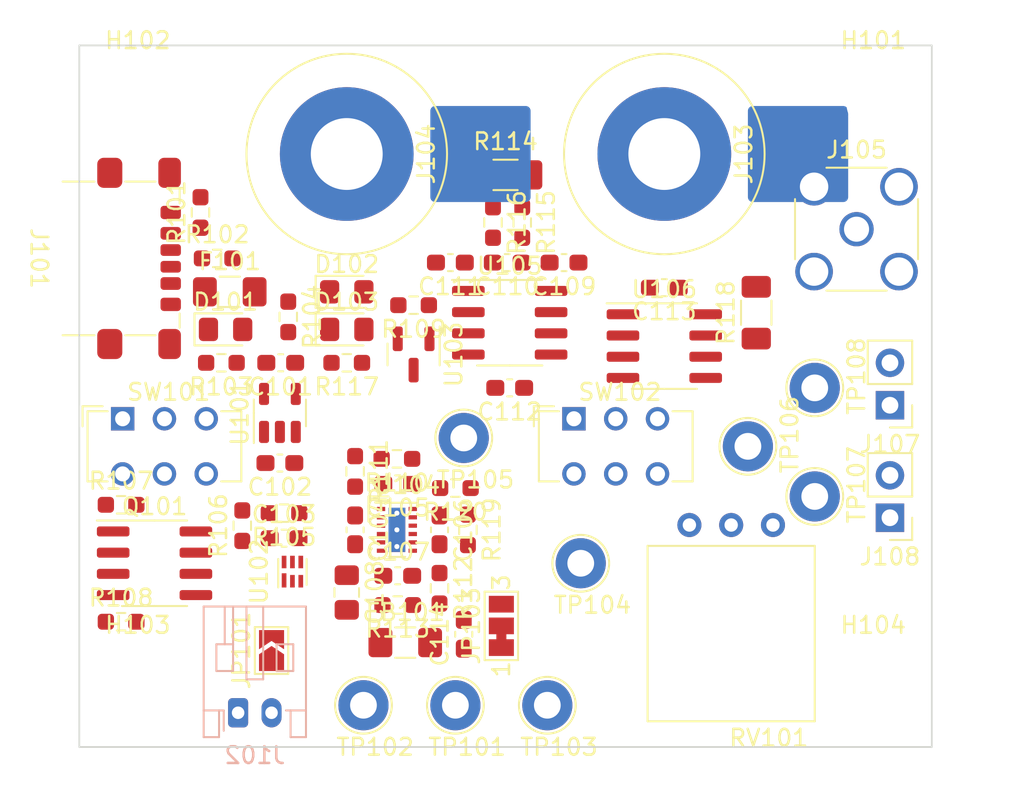
<source format=kicad_pcb>
(kicad_pcb (version 20221018) (generator pcbnew)
  (layers (0 "F.Cu" signal) (31 "B.Cu" signal) (34 "B.Paste" user) (35 "F.Paste" user) (36 "B.SilkS" user "B.Silkscreen") (37 "F.SilkS" user "F.Silkscreen") (38 "B.Mask" user) (39 "F.Mask" user) (44 "Edge.Cuts" user))
  (net 0 "")
  (net 1 "/VBat_SW")
  (net 2 "GND")
  (net 3 "+3V3")
  (net 4 "/-2V")
  (net 5 "/Cell-")
  (net 6 "/VBus")
  (net 7 "/VBat")
  (net 8 "Net-(D101-K)")
  (net 9 "Net-(D101-A)")
  (net 10 "Net-(F101-Pad1)")
  (net 11 "Net-(U104-EN+)")
  (net 12 "/-2V_filt")
  (net 13 "Net-(D102-K)")
  (net 14 "Net-(D102-A)")
  (net 15 "Net-(J103-Pad1)")
  (net 16 "Net-(U102-BAT)")
  (net 17 "Net-(U104-C+)")
  (net 18 "Net-(U104-C-)")
  (net 19 "Net-(U104-CP)")
  (net 20 "Net-(U105-IN+)")
  (net 21 "Net-(U105-IN-)")
  (net 22 "/PGOOD")
  (net 23 "Net-(J101-CC1)")
  (net 24 "Net-(J101-CC2)")
  (net 26 "Net-(J104-Pad1)")
  (net 27 "Net-(D103-A)")
  (net 28 "-VOffset")
  (net 29 "Net-(Q101A-G1)")
  (net 30 "Net-(Q101B-G2)")
  (net 31 "Net-(Q101A-D1-Pad7)")
  (net 32 "Net-(U101-PROG)")
  (net 33 "Net-(U102-V-)")
  (net 34 "Net-(U104-FB+)")
  (net 35 "Net-(U104-FB-)")
  (net 36 "Net-(SW102A-C)")
  (net 37 "Net-(SW102A-B)")
  (net 38 "Net-(SW102B-B)")
  (net 43 "Net-(J105-In)")
  (net 44 "/Out")
  (net 45 "Net-(U106--)")
  (net 46 "Net-(U104-EN-)")
  (footprint "Resistor_SMD:R_1206_3216Metric_Pad1.30x1.75mm_HandSolder" (layer "F.Cu") (at 152.5 78 90)
    (fp_text reference "R118" (at 0 -1.82 90) (layer "F.SilkS"))
    (fp_text value "49.9R,1206")
    (pad "1" smd roundrect (at -1.55 0 90) (size 1.3 1.75) (layers "F.Cu" "F.Paste" "F.Mask") (roundrect_rratio 0.192308) (net 45 "Net-(U106--)"))
    (pad "2" smd roundrect (at 1.55 0 90) (size 1.3 1.75) (layers "F.Cu" "F.Paste" "F.Mask") (roundrect_rratio 0.192308) (net 43 "Net-(J105-In)"))
  )
  (footprint "MountingHole:MountingHole_3.2mm_M3_DIN965" (layer "F.Cu") (at 159.5 100.5)
    (fp_text reference "H104" (at 0 -3.8) (layer "F.SilkS"))
    (fp_text value "MountingHole")
    (pad "" np_thru_hole circle (at 0 0) (size 3.2 3.2) (drill 3.2) (layers "*.Cu" "*.Mask"))
  )
  (footprint "Capacitor_SMD:C_0603_1608Metric_Pad1.08x0.95mm_HandSolder" (layer "F.Cu") (at 137.6 75 180)
    (fp_text reference "C110" (at 0 -1.43) (layer "F.SilkS"))
    (fp_text value "100nF,100V,X7R,0603")
    (pad "1" smd roundrect (at -0.8625 0 180) (size 1.075 0.95) (layers "F.Cu" "F.Paste" "F.Mask") (net 20 "Net-(U105-IN+)"))
    (pad "2" smd roundrect (at 0.8625 0 180) (size 1.075 0.95) (layers "F.Cu" "F.Paste" "F.Mask") (net 21 "Net-(U105-IN-)"))
  )
  (footprint "Fuse:Fuse_1206_3216Metric_Pad1.42x1.75mm_HandSolder" (layer "F.Cu") (at 121 76.75)
    (fp_text reference "F101" (at 0 -1.82) (layer "F.SilkS"))
    (fp_text value "0ZCJ0110FF2E")
    (pad "1" smd roundrect (at -1.4875 0) (size 1.425 1.75) (layers "F.Cu" "F.Paste" "F.Mask") (roundrect_rratio 0.175439) (net 10 "Net-(F101-Pad1)"))
    (pad "2" smd roundrect (at 1.4875 0) (size 1.425 1.75) (layers "F.Cu" "F.Paste" "F.Mask") (roundrect_rratio 0.175439) (net 6 "/VBus"))
  )
  (footprint "Connector_PinHeader_2.54mm:PinHeader_1x02_P2.54mm_Vertical" (layer "F.Cu") (at 160.5 90.275 180)
    (fp_text reference "J108" (at 0 -2.33) (layer "F.SilkS"))
    (fp_text value "77311-118-02LF")
    (pad "1" thru_hole rect (at 0 0 180) (size 1.7 1.7) (drill 1) (layers "*.Cu" "*.Mask") (net 2 "GND"))
    (pad "2" thru_hole oval (at 0 2.54 180) (size 1.7 1.7) (drill 1) (layers "*.Cu" "*.Mask") (net 2 "GND"))
  )
  (footprint "Capacitor_SMD:C_0603_1608Metric_Pad1.08x0.95mm_HandSolder" (layer "F.Cu") (at 124.05 81 180)
    (fp_text reference "C101" (at 0 -1.43) (layer "F.SilkS"))
    (fp_text value "1uF,16V,X7R,0603")
    (pad "1" smd roundrect (at -0.8625 0 180) (size 1.075 0.95) (layers "F.Cu" "F.Paste" "F.Mask") (net 6 "/VBus"))
    (pad "2" smd roundrect (at 0.8625 0 180) (size 1.075 0.95) (layers "F.Cu" "F.Paste" "F.Mask") (net 2 "GND"))
  )
  (footprint "Resistor_SMD:R_0603_1608Metric_Pad0.98x0.95mm_HandSolder" (layer "F.Cu") (at 120.5 81 180)
    (fp_text reference "R103" (at 0 -1.43) (layer "F.SilkS"))
    (fp_text value "10k,0603")
    (pad "1" smd roundrect (at -0.9125 0 180) (size 0.975 0.95) (layers "F.Cu" "F.Paste" "F.Mask") (net 32 "Net-(U101-PROG)"))
    (pad "2" smd roundrect (at 0.9125 0 180) (size 0.975 0.95) (layers "F.Cu" "F.Paste" "F.Mask") (net 2 "GND"))
  )
  (footprint "Capacitor_SMD:C_0603_1608Metric_Pad1.08x0.95mm_HandSolder" (layer "F.Cu") (at 135 97.25 90)
    (fp_text reference "C114" (at 0 -1.43 90) (layer "F.SilkS"))
    (fp_text value "1uF,16V,X7R,0603")
    (pad "1" smd roundrect (at -0.8625 0 90) (size 1.075 0.95) (layers "F.Cu" "F.Paste" "F.Mask") (net 12 "/-2V_filt"))
    (pad "2" smd roundrect (at 0.8625 0 90) (size 1.075 0.95) (layers "F.Cu" "F.Paste" "F.Mask") (net 2 "GND"))
  )
  (footprint "Package_SON:WSON-12-1EP_3x2mm_P0.5mm_EP1x2.65_ThermalVias" (layer "F.Cu") (at 131 91)
    (fp_text reference "U104" (at 0.635 -2.667) (layer "F.SilkS"))
    (fp_text value "LM27762")
    (pad "1" smd rect (at -0.95 -1.25) (size 0.5 0.25) (layers "F.Cu" "F.Paste" "F.Mask") (net 22 "/PGOOD"))
    (pad "2" smd rect (at -0.95 -0.75) (size 0.5 0.25) (layers "F.Cu" "F.Paste" "F.Mask") (net 34 "Net-(U104-FB+)"))
    (pad "3" smd rect (at -0.95 -0.25) (size 0.5 0.25) (layers "F.Cu" "F.Paste" "F.Mask") (net 1 "/VBat_SW"))
    (pad "4" smd rect (at -0.95 0.25) (size 0.5 0.25) (layers "F.Cu" "F.Paste" "F.Mask") (net 2 "GND"))
    (pad "5" smd rect (at -0.95 0.75) (size 0.5 0.25) (layers "F.Cu" "F.Paste" "F.Mask") (net 19 "Net-(U104-CP)"))
    (pad "6" smd rect (at -0.95 1.25) (size 0.5 0.25) (layers "F.Cu" "F.Paste" "F.Mask") (net 4 "/-2V"))
    (pad "7" smd rect (at 0.95 1.25) (size 0.5 0.25) (layers "F.Cu" "F.Paste" "F.Mask") (net 35 "Net-(U104-FB-)"))
    (pad "8" smd rect (at 0.95 0.75) (size 0.5 0.25) (layers "F.Cu" "F.Paste" "F.Mask") (net 46 "Net-(U104-EN-)"))
    (pad "9" smd rect (at 0.95 0.25) (size 0.5 0.25) (layers "F.Cu" "F.Paste" "F.Mask") (net 18 "Net-(U104-C-)"))
    (pad "10" smd rect (at 0.95 -0.25) (size 0.5 0.25) (layers "F.Cu" "F.Paste" "F.Mask") (net 17 "Net-(U104-C+)"))
    (pad "11" smd rect (at 0.95 -0.75) (size 0.5 0.25) (layers "F.Cu" "F.Paste" "F.Mask") (net 3 "+3V3"))
    (pad "12" smd rect (at 0.95 -1.25) (size 0.5 0.25) (layers "F.Cu" "F.Paste" "F.Mask") (net 11 "Net-(U104-EN+)"))
    (pad "13" thru_hole circle (at 0 -1 90) (size 0.6 0.6) (drill 0.3) (layers "*.Cu") (net 2 "GND"))
    (pad "13" thru_hole circle (at 0 0) (size 0.6 0.6) (drill 0.3) (layers "*.Cu") (net 2 "GND"))
    (pad "13" smd rect (at 0 0) (size 1 2.65) (layers "F.Cu" "F.Mask") (net 2 "GND"))
    (pad "13" smd rect (at 0 0) (size 1 2.65) (layers "B.Cu") (net 2 "GND"))
    (pad "13" thru_hole circle (at 0 1) (size 0.6 0.6) (drill 0.3) (layers "*.Cu") (net 2 "GND"))
  )
  (footprint "TestPoint:TestPoint_Loop_D2.60mm_Drill1.6mm_Beaded" (layer "F.Cu") (at 152 86 90)
    (fp_text reference "TP106" (at 0.7 2.5 90) (layer "F.SilkS"))
    (fp_text value "TestPoint_5012_White")
    (pad "1" thru_hole circle (at 0 0 90) (size 3 3) (drill 1.6) (layers "*.Cu" "*.Mask") (net 36 "Net-(SW102A-C)"))
  )
  (footprint "Resistor_SMD:R_0603_1608Metric_Pad0.98x0.95mm_HandSolder" (layer "F.Cu") (at 124.25 90 180)
    (fp_text reference "R105" (at 0 -1.43) (layer "F.SilkS"))
    (fp_text value "330R,0603")
    (pad "1" smd roundrect (at -0.9125 0 180) (size 0.975 0.95) (layers "F.Cu" "F.Paste" "F.Mask") (net 7 "/VBat"))
    (pad "2" smd roundrect (at 0.9125 0 180) (size 0.975 0.95) (layers "F.Cu" "F.Paste" "F.Mask") (net 16 "Net-(U102-BAT)"))
  )
  (footprint "Capacitor_SMD:C_0603_1608Metric_Pad1.08x0.95mm_HandSolder" (layer "F.Cu") (at 124 87 180)
    (fp_text reference "C102" (at 0 -1.43) (layer "F.SilkS"))
    (fp_text value "1uF,16V,X7R,0603")
    (pad "1" smd roundrect (at -0.8625 0 180) (size 1.075 0.95) (layers "F.Cu" "F.Paste" "F.Mask") (net 7 "/VBat"))
    (pad "2" smd roundrect (at 0.8625 0 180) (size 1.075 0.95) (layers "F.Cu" "F.Paste" "F.Mask") (net 2 "GND"))
  )
  (footprint "Capacitor_SMD:C_0603_1608Metric_Pad1.08x0.95mm_HandSolder" (layer "F.Cu") (at 134.2 75 180)
    (fp_text reference "C111" (at 0 -1.43) (layer "F.SilkS"))
    (fp_text value "100nF,100V,X7R,0603")
    (pad "1" smd roundrect (at -0.8625 0 180) (size 1.075 0.95) (layers "F.Cu" "F.Paste" "F.Mask") (net 21 "Net-(U105-IN-)"))
    (pad "2" smd roundrect (at 0.8625 0 180) (size 1.075 0.95) (layers "F.Cu" "F.Paste" "F.Mask") (net 2 "GND"))
  )
  (footprint "Resistor_SMD:R_0603_1608Metric_Pad0.98x0.95mm_HandSolder" (layer "F.Cu") (at 131.05 95.5 180)
    (fp_text reference "R113" (at 0 -1.43) (layer "F.SilkS"))
    (fp_text value "47k,0603")
    (pad "1" smd roundrect (at -0.9125 0 180) (size 0.975 0.95) (layers "F.Cu" "F.Paste" "F.Mask") (net 35 "Net-(U104-FB-)"))
    (pad "2" smd roundrect (at 0.9125 0 180) (size 0.975 0.95) (layers "F.Cu" "F.Paste" "F.Mask") (net 4 "/-2V"))
  )
  (footprint "Capacitor_SMD:C_0603_1608Metric_Pad1.08x0.95mm_HandSolder" (layer "F.Cu") (at 133.55 91 -90)
    (fp_text reference "C106" (at 0 -1.43 90) (layer "F.SilkS"))
    (fp_text value "1uF,16V,X7R,0603")
    (pad "1" smd roundrect (at -0.8625 0 270) (size 1.075 0.95) (layers "F.Cu" "F.Paste" "F.Mask") (net 17 "Net-(U104-C+)"))
    (pad "2" smd roundrect (at 0.8625 0 270) (size 1.075 0.95) (layers "F.Cu" "F.Paste" "F.Mask") (net 18 "Net-(U104-C-)"))
  )
  (footprint "Capacitor_SMD:C_0603_1608Metric_Pad1.08x0.95mm_HandSolder" (layer "F.Cu") (at 141 75 180)
    (fp_text reference "C109" (at 0 -1.43) (layer "F.SilkS"))
    (fp_text value "100nF,100V,X7R,0603")
    (pad "1" smd roundrect (at -0.8625 0 180) (size 1.075 0.95) (layers "F.Cu" "F.Paste" "F.Mask") (net 2 "GND"))
    (pad "2" smd roundrect (at 0.8625 0 180) (size 1.075 0.95) (layers "F.Cu" "F.Paste" "F.Mask") (net 20 "Net-(U105-IN+)"))
  )
  (footprint "TestPoint:TestPoint_Loop_D2.60mm_Drill1.6mm_Beaded" (layer "F.Cu") (at 129 101.5)
    (fp_text reference "TP102" (at 0.7 2.5) (layer "F.SilkS"))
    (fp_text value "TestPoint_5011_Black")
    (pad "1" thru_hole circle (at 0 0) (size 3 3) (drill 1.6) (layers "*.Cu" "*.Mask") (net 5 "/Cell-"))
  )
  (footprint "Capacitor_SMD:C_0805_2012Metric_Pad1.18x1.45mm_HandSolder" (layer "F.Cu") (at 128 94.75 -90)
    (fp_text reference "C108" (at 0 -1.68 90) (layer "F.SilkS"))
    (fp_text value "4.7uF,25V,X7R,0805")
    (pad "1" smd roundrect (at -1.0375 0 270) (size 1.175 1.45) (layers "F.Cu" "F.Paste" "F.Mask") (roundrect_rratio 0.212766) (net 19 "Net-(U104-CP)"))
    (pad "2" smd roundrect (at 1.0375 0 270) (size 1.175 1.45) (layers "F.Cu" "F.Paste" "F.Mask") (roundrect_rratio 0.212766) (net 2 "GND"))
  )
  (footprint "MountingHole:MountingHole_3.2mm_M3_DIN965" (layer "F.Cu") (at 115.5 100.5)
    (fp_text reference "H103" (at 0 -3.8) (layer "F.SilkS"))
    (fp_text value "MountingHole")
    (pad "" np_thru_hole circle (at 0 0) (size 3.2 3.2) (drill 3.2) (layers "*.Cu" "*.Mask"))
  )
  (footprint "Package_SO:SOIC-8_3.9x4.9mm_P1.27mm" (layer "F.Cu") (at 116.5 93)
    (fp_text reference "Q101" (at 0 -3.4) (layer "F.SilkS"))
    (fp_text value "DMN2041LSD")
    (pad "1" smd roundrect (at -2.475 -1.905) (size 1.95 0.6) (layers "F.Cu" "F.Paste" "F.Mask") (net 2 "GND"))
    (pad "2" smd roundrect (at -2.475 -0.635) (size 1.95 0.6) (layers "F.Cu" "F.Paste" "F.Mask") (net 29 "Net-(Q101A-G1)"))
    (pad "3" smd roundrect (at -2.475 0.635) (size 1.95 0.6) (layers "F.Cu" "F.Paste" "F.Mask") (net 5 "/Cell-"))
    (pad "4" smd roundrect (at -2.475 1.905) (size 1.95 0.6) (layers "F.Cu" "F.Paste" "F.Mask") (net 30 "Net-(Q101B-G2)"))
    (pad "5" smd roundrect (at 2.475 1.905) (size 1.95 0.6) (layers "F.Cu" "F.Paste" "F.Mask") (net 31 "Net-(Q101A-D1-Pad7)"))
    (pad "6" smd roundrect (at 2.475 0.635) (size 1.95 0.6) (layers "F.Cu" "F.Paste" "F.Mask") (net 31 "Net-(Q101A-D1-Pad7)"))
    (pad "7" smd roundrect (at 2.475 -0.635) (size 1.95 0.6) (layers "F.Cu" "F.Paste" "F.Mask") (net 31 "Net-(Q101A-D1-Pad7)"))
    (pad "8" smd roundrect (at 2.475 -1.905) (size 1.95 0.6) (layers "F.Cu" "F.Paste" "F.Mask") (net 31 "Net-(Q101A-D1-Pad7)"))
  )
  (footprint "Resistor_SMD:R_0603_1608Metric_Pad0.98x0.95mm_HandSolder" (layer "F.Cu") (at 132 77.55 180)
    (fp_text reference "R109" (at 0 -1.43) (layer "F.SilkS"))
    (fp_text value "10k,0603")
    (pad "1" smd roundrect (at -0.9125 0 180) (size 0.975 0.95) (layers "F.Cu" "F.Paste" "F.Mask") (net 1 "/VBat_SW"))
    (pad "2" smd roundrect (at 0.9125 0 180) (size 0.975 0.95) (layers "F.Cu" "F.Paste" "F.Mask") (net 14 "Net-(D102-A)"))
  )
  (footprint "Button_Switch_THT:SW_CuK_JS202011CQN_DPDT_Straight" (layer "F.Cu") (at 114.5925 84.35)
    (fp_text reference "SW101" (at 2.75 -1.6) (layer "F.SilkS"))
    (fp_text value "JS202011CQN")
    (pad "1" thru_hole rect (at 0 0) (size 1.4 1.4) (drill 0.9) (layers "*.Cu" "*.Mask") (net 7 "/VBat"))
    (pad "2" thru_hole circle (at 2.5 0) (size 1.4 1.4) (drill 0.9) (layers "*.Cu" "*.Mask") (net 1 "/VBat_SW"))
    (pad "3" thru_hole circle (at 5 0) (size 1.4 1.4) (drill 0.9) (layers "*.Cu" "*.Mask"))
    (pad "4" thru_hole circle (at 0 3.3) (size 1.4 1.4) (drill 0.9) (layers "*.Cu" "*.Mask") (net 7 "/VBat"))
    (pad "5" thru_hole circle (at 2.5 3.3) (size 1.4 1.4) (drill 0.9) (layers "*.Cu" "*.Mask") (net 1 "/VBat_SW"))
    (pad "6" thru_hole circle (at 5 3.3) (size 1.4 1.4) (drill 0.9) (layers "*.Cu" "*.Mask"))
  )
  (footprint "Button_Switch_THT:SW_CuK_JS202011CQN_DPDT_Straight" (layer "F.Cu") (at 141.5925 84.35)
    (fp_text reference "SW102" (at 2.75 -1.6) (layer "F.SilkS"))
    (fp_text value "JS202011CQN")
    (pad "1" thru_hole rect (at 0 0) (size 1.4 1.4) (drill 0.9) (layers "*.Cu" "*.Mask") (net 2 "GND"))
    (pad "2" thru_hole circle (at 2.5 0) (size 1.4 1.4) (drill 0.9) (layers "*.Cu" "*.Mask") (net 37 "Net-(SW102A-B)"))
    (pad "3" thru_hole circle (at 5 0) (size 1.4 1.4) (drill 0.9) (layers "*.Cu" "*.Mask") (net 36 "Net-(SW102A-C)"))
    (pad "4" thru_hole circle (at 0 3.3) (size 1.4 1.4) (drill 0.9) (layers "*.Cu" "*.Mask") (net 2 "GND"))
    (pad "5" thru_hole circle (at 2.5 3.3) (size 1.4 1.4) (drill 0.9) (layers "*.Cu" "*.Mask") (net 38 "Net-(SW102B-B)"))
    (pad "6" thru_hole circle (at 5 3.3) (size 1.4 1.4) (drill 0.9) (layers "*.Cu" "*.Mask") (net 36 "Net-(SW102A-C)"))
  )
  (footprint "Capacitor_SMD:C_0603_1608Metric_Pad1.08x0.95mm_HandSolder" (layer "F.Cu") (at 131.05 88.25 180)
    (fp_text reference "C105" (at 0 -1.43) (layer "F.SilkS"))
    (fp_text value "2.2uF,25V,X7R,0603")
    (pad "1" smd roundrect (at -0.8625 0 180) (size 1.075 0.95) (layers "F.Cu" "F.Paste" "F.Mask") (net 3 "+3V3"))
    (pad "2" smd roundrect (at 0.8625 0 180) (size 1.075 0.95) (layers "F.Cu" "F.Paste" "F.Mask") (net 2 "GND"))
  )
  (footprint "TestPoint:TestPoint_Loop_D2.60mm_Drill1.6mm_Beaded" (layer "F.Cu") (at 134.5 101.5)
    (fp_text reference "TP101" (at 0.7 2.5) (layer "F.SilkS"))
    (fp_text value "TestPoint_5010_Red")
    (pad "1" thru_hole circle (at 0 0) (size 3 3) (drill 1.6) (layers "*.Cu" "*.Mask") (net 7 "/VBat"))
  )
  (footprint "Inductor_SMD:L_1206_3216Metric_Pad1.42x1.75mm_HandSolder" (layer "F.Cu") (at 131.5 97.75)
    (fp_text reference "FB101" (at 0 -1.82) (layer "F.SilkS"))
    (fp_text value "742792620")
    (pad "1" smd roundrect (at -1.4875 0) (size 1.425 1.75) (layers "F.Cu" "F.Paste" "F.Mask") (roundrect_rratio 0.175439) (net 4 "/-2V"))
    (pad "2" smd roundrect (at 1.4875 0) (size 1.425 1.75) (layers "F.Cu" "F.Paste" "F.Mask") (roundrect_rratio 0.175439) (net 12 "/-2V_filt"))
  )
  (footprint "Connector_User:SMA_Vertical" (layer "F.Cu") (at 158.5 73)
    (fp_text reference "J105" (at 0 -4.75) (layer "F.SilkS"))
    (fp_text value "SMA_Straight_Jack_Female")
    (pad "1" thru_hole circle (at 0 0) (size 2.05 2.05) (drill 1.5) (layers "*.Cu" "*.Mask") (net 43 "Net-(J105-In)"))
    (pad "2" thru_hole circle (at -2.54 -2.54) (size 2.25 2.25) (drill 1.7) (layers "*.Cu" "*.Mask") (net 2 "GND"))
    (pad "2" thru_hole circle (at -2.54 2.54) (size 2.25 2.25) (drill 1.7) (layers "*.Cu" "*.Mask") (net 2 "GND"))
    (pad "2" thru_hole circle (at 2.54 -2.54) (size 2.25 2.25) (drill 1.7) (layers "*.Cu" "*.Mask") (net 2 "GND"))
    (pad "2" thru_hole circle (at 2.54 2.54) (size 2.25 2.25) (drill 1.7) (layers "*.Cu" "*.Mask") (net 2 "GND"))
  )
  (footprint "MountingHole:MountingHole_3.2mm_M3_DIN965" (layer "F.Cu") (at 159.5 65.5)
    (fp_text reference "H101" (at 0 -3.8) (layer "F.SilkS"))
    (fp_text value "MountingHole")
    (pad "" np_thru_hole circle (at 0 0) (size 3.2 3.2) (drill 3.2) (layers "*.Cu" "*.Mask"))
  )
  (footprint "Capacitor_SMD:C_0603_1608Metric_Pad1.08x0.95mm_HandSolder" (layer "F.Cu") (at 128.5 91 -90)
    (fp_text reference "C104" (at 0 -1.43 90) (layer "F.SilkS"))
    (fp_text value "2.2uF,25V,X7R,0603")
    (pad "1" smd roundrect (at -0.8625 0 270) (size 1.075 0.95) (layers "F.Cu" "F.Paste" "F.Mask") (net 1 "/VBat_SW"))
    (pad "2" smd roundrect (at 0.8625 0 270) (size 1.075 0.95) (layers "F.Cu" "F.Paste" "F.Mask") (net 2 "GND"))
  )
  (footprint "Resistor_SMD:R_0603_1608Metric_Pad0.98x0.95mm_HandSolder" (layer "F.Cu") (at 138.5 72.6 -90)
    (fp_text reference "R115" (at 0 -1.43 90) (layer "F.SilkS"))
    (fp_text value "0R,0603")
    (pad "1" smd roundrect (at -0.9125 0 270) (size 0.975 0.95) (layers "F.Cu" "F.Paste" "F.Mask") (net 15 "Net-(J103-Pad1)"))
    (pad "2" smd roundrect (at 0.9125 0 270) (size 0.975 0.95) (layers "F.Cu" "F.Paste" "F.Mask") (net 20 "Net-(U105-IN+)"))
  )
  (footprint "Connector_User:USB-C_Receptacle_GTC_USB4135-GF-A" (layer "F.Cu") (at 117.4025 74.75 -90)
    (fp_text reference "J101" (at 0 7.8 -90 unlocked) (layer "F.SilkS"))
    (fp_text value "USB4135-GF-A")
    (pad "A5" smd roundrect (at -0.5 -0.065 270) (size 0.7 1.22) (layers "F.Cu" "F.Paste" "F.Mask") (net 23 "Net-(J101-CC1)"))
    (pad "A9" smd roundrect (at 1.502 -0.065 270) (size 0.76 1.22) (layers "F.Cu" "F.Paste" "F.Mask") (net 10 "Net-(F101-Pad1)"))
    (pad "A12" smd roundrect (at 2.75 -0.065 270) (size 0.8 1.22) (layers "F.Cu" "F.Paste" "F.Mask") (net 2 "GND"))
    (pad "B5" smd roundrect (at 0.5 -0.065 270) (size 0.7 1.22) (layers "F.Cu" "F.Paste" "F.Mask") (net 24 "Net-(J101-CC2)"))
    (pad "B9" smd roundrect (at -1.502 -0.065 270) (size 0.76 1.22) (layers "F.Cu" "F.Paste" "F.Mask") (net 10 "Net-(F101-Pad1)"))
    (pad "B12" smd roundrect (at -2.75 -0.065 270) (size 0.8 1.22) (layers "F.Cu" "F.Paste" "F.Mask") (net 2 "GND"))
    (pad "M" smd roundrect (at -5.125 0 270) (size 1.8 1.35) (layers "F.Cu" "F.Paste" "F.Mask"))
    (pad "M" smd roundrect (at -5.125 3.58 270) (size 1.8 1.5) (layers "F.Cu" "F.Paste" "F.Mask"))
    (pad "M" smd roundrect (at 5.125 0 270) (size 1.8 1.35) (layers "F.Cu" "F.Paste" "F.Mask"))
    (pad "M" smd roundrect (at 5.125 3.58 270) (size 1.8 1.5) (layers "F.Cu" "F.Paste" "F.Mask"))
  )
  (footprint "Resistor_SMD:R_0603_1608Metric_Pad0.98x0.95mm_HandSolder" (layer "F.Cu") (at 133.55 94.5 -90)
    (fp_text reference "R112" (at 0 -1.43 90) (layer "F.SilkS"))
    (fp_text value "68k,0603")
    (pad "1" smd roundrect (at -0.9125 0 270) (size 0.975 0.95) (layers "F.Cu" "F.Paste" "F.Mask") (net 2 "GND"))
    (pad "2" smd roundrect (at 0.9125 0 270) (size 0.975 0.95) (layers "F.Cu" "F.Paste" "F.Mask") (net 35 "Net-(U104-FB-)"))
  )
  (footprint "TestPoint:TestPoint_Loop_D2.60mm_Drill1.6mm_Beaded" (layer "F.Cu") (at 142 93)
    (fp_text reference "TP104" (at 0.7 2.5) (layer "F.SilkS"))
    (fp_text value "TestPoint_5011_Black")
    (pad "1" thru_hole circle (at 0 0) (size 3 3) (drill 1.6) (layers "*.Cu" "*.Mask") (net 2 "GND"))
  )
  (footprint "Resistor_SMD:R_1206_3216Metric_Pad1.30x1.75mm_HandSolder" (layer "F.Cu") (at 137.5 69.75 180)
    (fp_text reference "R114" (at 0 2) (layer "F.SilkS"))
    (fp_text value "50m")
    (pad "1" smd roundrect (at -1.55 0 180) (size 1.3 1.75) (layers "F.Cu" "F.Paste" "F.Mask") (roundrect_rratio 0.192308) (net 15 "Net-(J103-Pad1)"))
    (pad "2" smd roundrect (at 1.55 0 180) (size 1.3 1.75) (layers "F.Cu" "F.Paste" "F.Mask") (roundrect_rratio 0.192308) (net 26 "Net-(J104-Pad1)"))
  )
  (footprint "Capacitor_SMD:C_0603_1608Metric_Pad1.08x0.95mm_HandSolder" (layer "F.Cu") (at 131.05 93.75)
    (fp_text reference "C107" (at 0 -1.43) (layer "F.SilkS"))
    (fp_text value "2.2uF,25V,X7R,0603")
    (pad "1" smd roundrect (at -0.8625 0) (size 1.075 0.95) (layers "F.Cu" "F.Paste" "F.Mask") (net 4 "/-2V"))
    (pad "2" smd roundrect (at 0.8625 0) (size 1.075 0.95) (layers "F.Cu" "F.Paste" "F.Mask") (net 2 "GND"))
  )
  (footprint "Resistor_SMD:R_0603_1608Metric_Pad0.98x0.95mm_HandSolder" (layer "F.Cu") (at 120.25 74.75)
    (fp_text reference "R102" (at 0 -1.43) (layer "F.SilkS"))
    (fp_text value "5.1k,0603")
    (pad "1" smd roundrect (at -0.9125 0) (size 0.975 0.95) (layers "F.Cu" "F.Paste" "F.Mask") (net 24 "Net-(J101-CC2)"))
    (pad "2" smd roundrect (at 0.9125 0) (size 0.975 0.95) (layers "F.Cu" "F.Paste" "F.Mask") (net 2 "GND"))
  )
  (footprint "Capacitor_SMD:C_0603_1608Metric_Pad1.08x0.95mm_HandSolder" (layer "F.Cu") (at 147 76.5 180)
    (fp_text reference "C113" (at 0 -1.43) (layer "F.SilkS"))
    (fp_text value "100nF,16V,X7R,0603")
    (pad "1" smd roundrect (at -0.8625 0 180) (size 1.075 0.95) (layers "F.Cu" "F.Paste" "F.Mask") (net 3 "+3V3"))
    (pad "2" smd roundrect (at 0.8625 0 180) (size 1.075 0.95) (layers "F.Cu" "F.Paste" "F.Mask") (net 28 "-VOffset"))
  )
  (footprint "Resistor_SMD:R_0603_1608Metric_Pad0.98x0.95mm_HandSolder" (layer "F.Cu") (at 136.75 72.6 -90)
    (fp_text reference "R116" (at 0 -1.43 90) (layer "F.SilkS"))
    (fp_text value "0R,0603")
    (pad "1" smd roundrect (at -0.9125 0 270) (size 0.975 0.95) (layers "F.Cu" "F.Paste" "F.Mask") (net 26 "Net-(J104-Pad1)"))
    (pad "2" smd roundrect (at 0.9125 0 270) (size 0.975 0.95) (layers "F.Cu" "F.Paste" "F.Mask") (net 21 "Net-(U105-IN-)"))
  )
  (footprint "LED_SMD:LED_0805_2012Metric_Pad1.15x1.40mm_HandSolder" (layer "F.Cu") (at 128 76.75)
    (fp_text reference "D102" (at 0 -1.65) (layer "F.SilkS"))
    (fp_text value "150080SS75000")
    (pad "1" smd roundrect (at -1.025 0) (size 1.15 1.4) (layers "F.Cu" "F.Paste" "F.Mask") (roundrect_rratio 0.217391) (net 13 "Net-(D102-K)"))
    (pad "2" smd roundrect (at 1.025 0) (size 1.15 1.4) (layers "F.Cu" "F.Paste" "F.Mask") (roundrect_rratio 0.217391) (net 14 "Net-(D102-A)"))
  )
  (footprint "TestPoint:TestPoint_Loop_D2.60mm_Drill1.6mm_Beaded" (layer "F.Cu") (at 135 85.5)
    (fp_text reference "TP105" (at 0.7 2.5) (layer "F.SilkS"))
    (fp_text value "TestPoint_5010_Red")
    (pad "1" thru_hole circle (at 0 0) (size 3 3) (drill 1.6) (layers "*.Cu" "*.Mask") (net 3 "+3V3"))
  )
  (footprint "LED_SMD:LED_0805_2012Metric_Pad1.15x1.40mm_HandSolder" (layer "F.Cu") (at 128 79)
    (fp_text reference "D103" (at 0 -1.65) (layer "F.SilkS"))
    (fp_text value "150080GS75000")
    (pad "1" smd roundrect (at -1.025 0) (size 1.15 1.4) (layers "F.Cu" "F.Paste" "F.Mask") (roundrect_rratio 0.217391) (net 22 "/PGOOD"))
    (pad "2" smd roundrect (at 1.025 0) (size 1.15 1.4) (layers "F.Cu" "F.Paste" "F.Mask") (roundrect_rratio 0.217391) (net 27 "Net-(D103-A)"))
  )
  (footprint "Capacitor_SMD:C_0603_1608Metric_Pad1.08x0.95mm_HandSolder" (layer "F.Cu") (at 137.75 82.5 180)
    (fp_text reference "C112" (at 0 -1.43) (layer "F.SilkS"))
    (fp_text value "100nF,16V,X7R,0603")
    (pad "1" smd roundrect (at -0.8625 0 180) (size 1.075 0.95) (layers "F.Cu" "F.Paste" "F.Mask") (net 3 "+3V3"))
    (pad "2" smd roundrect (at 0.8625 0 180) (size 1.075 0.95) (layers "F.Cu" "F.Paste" "F.Mask") (net 28 "-VOffset"))
  )
  (footprint "TestPoint:TestPoint_Loop_D2.60mm_Drill1.6mm_Beaded" (layer "F.Cu") (at 156 82.5 90)
    (fp_text reference "TP108" (at 0.7 2.5 90) (layer "F.SilkS"))
    (fp_text value "TestPoint_5010_Red")
    (pad "1" thru_hole circle (at 0 0 90) (size 3 3) (drill 1.6) (layers "*.Cu" "*.Mask") (net 44 "/Out"))
  )
  (footprint "Resistor_SMD:R_0603_1608Metric_Pad0.98x0.95mm_HandSolder" (layer "F.Cu") (at 119.25 72 90)
    (fp_text reference "R101" (at 0 -1.43 90) (layer "F.SilkS"))
    (fp_text value "5.1k,0603")
    (pad "1" smd roundrect (at -0.9125 0 90) (size 0.975 0.95) (layers "F.Cu" "F.Paste" "F.Mask") (net 23 "Net-(J101-CC1)"))
    (pad "2" smd roundrect (at 0.9125 0 90) (size 0.975 0.95) (layers "F.Cu" "F.Paste" "F.Mask") (net 2 "GND"))
  )
  (footprint "Package_TO_SOT_SMD:SOT-23" (layer "F.Cu") (at 132 80.5 -90)
    (fp_text reference "U103" (at 0 -2.4 90) (layer "F.SilkS"))
    (fp_text value "TLV803EA30DBZR")
    (pad "1" smd roundrect (at -0.9375 -0.95 270) (size 1.475 0.6) (layers "F.Cu" "F.Paste" "F.Mask") (net 2 "GND"))
    (pad "2" smd roundrect (at -0.9375 0.95 270) (size 1.475 0.6) (layers "F.Cu" "F.Paste" "F.Mask") (net 13 "Net-(D102-K)"))
    (pad "3" smd roundrect (at 0.9375 0 270) (size 1.475 0.6) (layers "F.Cu" "F.Paste" "F.Mask") (net 1 "/VBat_SW"))
  )
  (footprint "Resistor_SMD:R_0603_1608Metric_Pad0.98x0.95mm_HandSolder" (layer "F.Cu") (at 131 86.75 180)
    (fp_text reference "R110" (at 0 -1.43) (layer "F.SilkS"))
    (fp_text value "120k,0603")
    (pad "1" smd roundrect (at -0.9125 0 180) (size 0.975 0.95) (layers "F.Cu" "F.Paste" "F.Mask") (net 3 "+3V3"))
    (pad "2" smd roundrect (at 0.9125 0 180) (size 0.975 0.95) (layers "F.Cu" "F.Paste" "F.Mask") (net 34 "Net-(U104-FB+)"))
  )
  (footprint "TestPoint:TestPoint_Loop_D2.60mm_Drill1.6mm_Beaded" (layer "F.Cu") (at 140 101.5)
    (fp_text reference "TP103" (at 0.7 2.5) (layer "F.SilkS"))
    (fp_text value "TestPoint_5010_Red")
    (pad "1" thru_hole circle (at 0 0) (size 3 3) (drill 1.6) (layers "*.Cu" "*.Mask") (net 28 "-VOffset"))
  )
  (footprint "Potentionmeter_THT_User:Potentiometer_Suntan_3296W_Vertical_90deg" (layer "F.Cu") (at 151 90.71 180)
    (fp_text reference "RV101" (at -2.25 -12.75) (layer "F.SilkS"))
    (fp_text value "10k_Potentiometer_Trim_TSR-3296W")
    (pad "1" thru_hole circle (at 2.5 0 180) (size 1.44 1.44) (drill 0.8) (layers "*.Cu" "*.Mask") (net 3 "+3V3"))
    (pad "2" thru_hole circle (at 0 0 180) (size 1.44 1.44) (drill 0.8) (layers "*.Cu" "*.Mask") (net 36 "Net-(SW102A-C)"))
    (pad "3" thru_hole circle (at -2.5 0 180) (size 1.44 1.44) (drill 0.8) (layers "*.Cu" "*.Mask") (net 28 "-VOffset"))
  )
  (footprint "Package_SO:SOIC-8_3.9x4.9mm_P1.27mm" (layer "F.Cu") (at 137.75 78.6)
    (fp_text reference "U105" (at 0 -3.4) (layer "F.SilkS"))
    (fp_text value "AD8410AWBRZ")
    (pad "1" smd roundrect (at -2.475 -1.905) (size 1.95 0.6) (layers "F.Cu" "F.Paste" "F.Mask") (net 21 "Net-(U105-IN-)"))
    (pad "2" smd roundrect (at -2.475 -0.635) (size 1.95 0.6) (layers "F.Cu" "F.Paste" "F.Mask") (net 28 "-VOffset"))
    (pad "3" smd roundrect (at -2.475 0.635) (size 1.95 0.6) (layers "F.Cu" "F.Paste" "F.Mask") (net 38 "Net-(SW102B-B)"))
    (pad "4" smd roundrect (at -2.475 1.905) (size 1.95 0.6) (layers "F.Cu" "F.Paste" "F.Mask"))
    (pad "5" smd roundrect (at 2.475 1.905) (size 1.95 0.6) (layers "F.Cu" "F.Paste" "F.Mask") (net 44 "/Out"))
    (pad "6" smd roundrect (at 2.475 0.635) (size 1.95 0.6) (layers "F.Cu" "F.Paste" "F.Mask") (net 3 "+3V3"))
    (pad "7" smd roundrect (at 2.475 -0.635) (size 1.95 0.6) (layers "F.Cu" "F.Paste" "F.Mask") (net 37 "Net-(SW102A-B)"))
    (pad "8" smd roundrect (at 2.475 -1.905) (size 1.95 0.6) (layers "F.Cu" "F.Paste" "F.Mask") (net 20 "Net-(U105-IN+)"))
  )
  (footprint "Capacitor_SMD:C_0603_1608Metric_Pad1.08x0.95mm_HandSolder" (layer "F.Cu") (at 124.25 91.5)
    (fp_text reference "C103" (at 0 -1.43) (layer "F.SilkS"))
    (fp_text value "100nF,16V,X7R,0603")
    (pad "1" smd roundrect (at -0.8625 0) (size 1.075 0.95) (layers "F.Cu" "F.Paste" "F.Mask") (net 16 "Net-(U102-BAT)"))
    (pad "2" smd roundrect (at 0.8625 0) (size 1.075 0.95) (layers "F.Cu" "F.Paste" "F.Mask") (net 5 "/Cell-"))
  )
  (footprint "Jumper:SolderJumper-2_P1.3mm_Open_TrianglePad1.0x1.5mm" (layer "F.Cu") (at 123.5 98.225 90)
    (fp_text reference "JP101" (at 0 -1.8 90) (layer "F.SilkS"))
    (fp_text value "SolderJumper_2_Open")
    (pad "1" smd custom (at -0.725 0 90) (size 0.3 0.3) (layers "F.Cu" "F.Mask") (net 2 "GND") (options (clearance outline) (anchor rect)) (primitives (gr_poly (pts (xy 1 0) (xy 0.5 0.75) (xy -0.5 0.75) (xy -0.5 -0.75) (xy 0.5 -0.75)) (width 0) (fill yes))))
    (pad "2" smd custom (at 0.725 0 90) (size 0.3 0.3) (layers "F.Cu" "F.Mask") (net 5 "/Cell-") (options (clearance outline) (anchor rect)) (primitives (gr_poly (pts (xy 0.5 0.75) (xy -0.65 0.75) (xy -0.15 0) (xy -0.65 -0.75) (xy 0.5 -0.75)) (width 0) (fill yes))))
  )
  (footprint "Resistor_SMD:R_0603_1608Metric_Pad0.98x0.95mm_HandSolder" (layer "F.Cu") (at 124.5 78.25 -90)
    (fp_text reference "R104" (at 0 -1.43 90) (layer "F.SilkS"))
    (fp_text value "470R,0603")
    (pad "1" smd roundrect (at -0.9125 0 270) (size 0.975 0.95) (layers "F.Cu" "F.Paste" "F.Mask") (net 6 "/VBus"))
    (pad "2" smd roundrect (at 0.9125 0 270) (size 0.975 0.95) (layers "F.Cu" "F.Paste" "F.Mask") (net 9 "Net-(D101-A)"))
  )
  (footprint "Resistor_SMD:R_0603_1608Metric_Pad0.98x0.95mm_HandSolder" (layer "F.Cu") (at 128 81 180)
    (fp_text reference "R117" (at 0 -1.43) (layer "F.SilkS"))
    (fp_text value "10k,0603")
    (pad "1" smd roundrect (at -0.9125 0 180) (size 0.975 0.95) (layers "F.Cu" "F.Paste" "F.Mask") (net 27 "Net-(D103-A)"))
    (pad "2" smd roundrect (at 0.9125 0 180) (size 0.975 0.95) (layers "F.Cu" "F.Paste" "F.Mask") (net 1 "/VBat_SW"))
  )
  (footprint "Package_SO:SOIC-8_3.9x4.9mm_P1.27mm" (layer "F.Cu") (at 147 80)
    (fp_text reference "U106" (at 0 -3.4) (layer "F.SilkS"))
    (fp_text value "AD8655ARZ")
    (pad "1" smd roundrect (at -2.475 -1.905) (size 1.95 0.6) (layers "F.Cu" "F.Paste" "F.Mask"))
    (pad "2" smd roundrect (at -2.475 -0.635) (size 1.95 0.6) (layers "F.Cu" "F.Paste" "F.Mask") (net 45 "Net-(U106--)"))
    (pad "3" smd roundrect (at -2.475 0.635) (size 1.95 0.6) (layers "F.Cu" "F.Paste" "F.Mask") (net 44 "/Out"))
    (pad "4" smd roundrect (at -2.475 1.905) (size 1.95 0.6) (layers "F.Cu" "F.Paste" "F.Mask") (net 28 "-VOffset"))
    (pad "5" smd roundrect (at 2.475 1.905) (size 1.95 0.6) (layers "F.Cu" "F.Paste" "F.Mask"))
    (pad "6" smd roundrect (at 2.475 0.635) (size 1.95 0.6) (layers "F.Cu" "F.Paste" "F.Mask") (net 45 "Net-(U106--)"))
    (pad "7" smd roundrect (at 2.475 -0.635) (size 1.95 0.6) (layers "F.Cu" "F.Paste" "F.Mask") (net 3 "+3V3"))
    (pad "8" smd roundrect (at 2.475 -1.905) (size 1.95 0.6) (layers "F.Cu" "F.Paste" "F.Mask"))
  )
  (footprint "Package_TO_SOT_SMD:SOT-23-5" (layer "F.Cu") (at 124 84 90)
    (fp_text reference "U101" (at 0 -2.4 90) (layer "F.SilkS"))
    (fp_text value "MCP73832T-2ACI/OT")
    (pad "1" smd roundrect (at -1.1375 -0.95 90) (size 1.325 0.6) (layers "F.Cu" "F.Paste" "F.Mask") (net 8 "Net-(D101-K)"))
    (pad "2" smd roundrect (at -1.1375 0 90) (size 1.325 0.6) (layers "F.Cu" "F.Paste" "F.Mask") (net 2 "GND"))
    (pad "3" smd roundrect (at -1.1375 0.95 90) (size 1.325 0.6) (layers "F.Cu" "F.Paste" "F.Mask") (net 7 "/VBat"))
    (pad "4" smd roundrect (at 1.1375 0.95 90) (size 1.325 0.6) (layers "F.Cu" "F.Paste" "F.Mask") (net 6 "/VBus"))
    (pad "5" smd roundrect (at 1.1375 -0.95 90) (size 1.325 0.6) (layers "F.Cu" "F.Paste" "F.Mask") (net 32 "Net-(U101-PROG)"))
  )
  (footprint "Resistor_SMD:R_0603_1608Metric_Pad0.98x0.95mm_HandSolder" (layer "F.Cu") (at 114.5 96.5)
    (fp_text reference "R108" (at 0 -1.43) (layer "F.SilkS"))
    (fp_text value "5.1M,0603")
    (pad "1" smd roundrect (at -0.9125 0) (size 0.975 0.95) (layers "F.Cu" "F.Paste" "F.Mask") (net 30 "Net-(Q101B-G2)"))
    (pad "2" smd roundrect (at 0.9125 0) (size 0.975 0.95) (layers "F.Cu" "F.Paste" "F.Mask") (net 5 "/Cell-"))
  )
  (footprint "Resistor_SMD:R_0603_1608Metric_Pad0.98x0.95mm_HandSolder" (layer "F.Cu") (at 128.5 87.5 -90)
    (fp_text reference "R111" (at 0 -1.43 90) (layer "F.SilkS"))
    (fp_text value "68k,0603")
    (pad "1" smd roundrect (at -0.9125 0 270) (size 0.975 0.95) (layers "F.Cu" "F.Paste" "F.Mask") (net 34 "Net-(U104-FB+)"))
    (pad "2" smd roundrect (at 0.9125 0 270) (size 0.975 0.95) (layers "F.Cu" "F.Paste" "F.Mask") (net 2 "GND"))
  )
  (footprint "Package_SON:WSON-6_1.5x1.5mm_P0.5mm" (layer "F.Cu") (at 124.75 93.5 90)
    (fp_text reference "U102" (at 0 -2 90) (layer "F.SilkS"))
    (fp_text value "BQ29700DSER")
    (pad "1" smd rect (at -0.525 -0.5) (size 0.28 0.85) (layers "F.Cu" "F.Paste" "F.Mask"))
    (pad "2" smd rect (at -0.575 0) (size 0.28 0.75) (layers "F.Cu" "F.Paste" "F.Mask") (net 29 "Net-(Q101A-G1)"))
    (pad "3" smd rect (at -0.575 0.5) (size 0.28 0.75) (layers "F.Cu" "F.Paste" "F.Mask") (net 30 "Net-(Q101B-G2)"))
    (pad "4" smd rect (at 0.575 0.5) (size 0.28 0.75) (layers "F.Cu" "F.Paste" "F.Mask") (net 5 "/Cell-"))
    (pad "5" smd rect (at 0.575 0) (size 0.28 0.75) (layers "F.Cu" "F.Paste" "F.Mask") (net 16 "Net-(U102-BAT)"))
    (pad "6" smd rect (at 0.575 -0.5) (size 0.28 0.75) (layers "F.Cu" "F.Paste" "F.Mask") (net 33 "Net-(U102-V-)"))
  )
  (footprint "Connector_User:Binding_Post_PK4_Red" (layer "F.Cu") (at 147 68.5 -90)
    (fp_text reference "J103" (at 0 -4.75 90) (layer "F.SilkS"))
    (fp_text value "Binding_Post_PK4_Red")
    (pad "1" smd roundrect (at 0 -8 270) (size 5.75 6) (layers "B.Cu" "B.Paste" "B.Mask") (roundrect_rratio 0.05) (net 15 "Net-(J103-Pad1)"))
    (pad "1" thru_hole circle (at 0 0 270) (size 8 8) (drill 4.3) (layers "*.Cu" "*.Mask") (net 15 "Net-(J103-Pad1)"))
  )
  (footprint "LED_SMD:LED_0805_2012Metric_Pad1.15x1.40mm_HandSolder" (layer "F.Cu") (at 120.75 79)
    (fp_text reference "D101" (at 0 -1.65) (layer "F.SilkS"))
    (fp_text value "150080BS75000")
    (pad "1" smd roundrect (at -1.025 0) (size 1.15 1.4) (layers "F.Cu" "F.Paste" "F.Mask") (roundrect_rratio 0.217391) (net 8 "Net-(D101-K)"))
    (pad "2" smd roundrect (at 1.025 0) (size 1.15 1.4) (layers "F.Cu" "F.Paste" "F.Mask") (roundrect_rratio 0.217391) (net 9 "Net-(D101-A)"))
  )
  (footprint "Connector_PinHeader_2.54mm:PinHeader_1x02_P2.54mm_Vertical" (layer "F.Cu") (at 160.5 83.54 180)
    (fp_text reference "J107" (at 0 -2.33) (layer "F.SilkS"))
    (fp_text value "77311-118-02LF")
    (pad "1" thru_hole rect (at 0 0 180) (size 1.7 1.7) (drill 1) (layers "*.Cu" "*.Mask") (net 44 "/Out"))
    (pad "2" thru_hole oval (at 0 2.54 180) (size 1.7 1.7) (drill 1) (layers "*.Cu" "*.Mask") (net 44 "/Out"))
  )
  (footprint "Resistor_SMD:R_0603_1608Metric_Pad0.98x0.95mm_HandSolder" (layer "F.Cu") (at 121.75 90.75 90)
    (fp_text reference "R106" (at 0 -1.43 90) (layer "F.SilkS"))
    (fp_text value "2.2k,0603")
    (pad "1" smd roundrect (at -0.9125 0 90) (size 0.975 0.95) (layers "F.Cu" "F.Paste" "F.Mask") (net 33 "Net-(U102-V-)"))
    (pad "2" smd roundrect (at 0.9125 0 90) (size 0.975 0.95) (layers "F.Cu" "F.Paste" "F.Mask") (net 2 "GND"))
  )
  (footprint "Resistor_SMD:R_0603_1608Metric_Pad0.98x0.95mm_HandSolder" (layer "F.Cu") (at 134.5 88.5 180)
    (fp_text reference "R120" (at 0 -1.43) (layer "F.SilkS"))
    (fp_text value "0R,0603")
    (pad "1" smd roundrect (at -0.9125 0 180) (size 0.975 0.95) (layers "F.Cu" "F.Paste" "F.Mask") (net 1 "/VBat_SW"))
    (pad "2" smd roundrect (at 0.9125 0 180) (size 0.975 0.95) (layers "F.Cu" "F.Paste" "F.Mask") (net 11 "Net-(U104-EN+)"))
  )
  (footprint "MountingHole:MountingHole_3.2mm_M3_DIN965" (layer "F.Cu") (at 115.5 65.5)
    (fp_text reference "H102" (at 0 -3.8) (layer "F.SilkS"))
    (fp_text value "MountingHole")
    (pad "" np_thru_hole circle (at 0 0) (size 3.2 3.2) (drill 3.2) (layers "*.Cu" "*.Mask"))
  )
  (footprint "Jumper:SolderJumper-3_P1.3mm_Bridged12_Pad1.0x1.5mm_NumberLabels" (layer "F.Cu") (at 137.25 96.75 90)
    (fp_text reference "JP103" (at 0 -1.8 90) (layer "F.SilkS"))
    (fp_text value "SolderJumper_3_Bridged12")
    (fp_text user "3" (at 2.6 0 90) (layer "F.SilkS"))
    (fp_text user "1" (at -2.6 0 90) (layer "F.SilkS"))
    (fp_poly (pts (xy -0.9 -0.3) (xy -0.4 -0.3) (xy -0.4 0.3) (xy -0.9 0.3)) (fill solid) (layer "F.Cu"))
    (pad "1" smd rect (at -1.3 0 90) (size 1 1.5) (layers "F.Cu" "F.Mask") (net 12 "/-2V_filt"))
    (pad "2" smd rect (at 0 0 90) (size 1 1.5) (layers "F.Cu" "F.Mask") (net 28 "-VOffset"))
    (pad "3" smd rect (at 1.3 0 90) (size 1 1.5) (layers "F.Cu" "F.Mask") (net 2 "GND"))
  )
  (footprint "TestPoint:TestPoint_Loop_D2.60mm_Drill1.6mm_Beaded" (layer "F.Cu") (at 156 89 90)
    (fp_text reference "TP107" (at 0.7 2.5 90) (layer "F.SilkS"))
    (fp_text value "TestPoint_5011_Black")
    (pad "1" thru_hole circle (at 0 0 90) (size 3 3) (drill 1.6) (layers "*.Cu" "*.Mask") (net 2 "GND"))
  )
  (footprint "Resistor_SMD:R_0603_1608Metric_Pad0.98x0.95mm_HandSolder" (layer "F.Cu") (at 114.5 89.5)
    (fp_text reference "R107" (at 0 -1.43) (layer "F.SilkS"))
    (fp_text value "5.1M,0603")
    (pad "1" smd roundrect (at -0.9125 0) (size 0.975 0.95) (layers "F.Cu" "F.Paste" "F.Mask") (net 29 "Net-(Q101A-G1)"))
    (pad "2" smd roundrect (at 0.9125 0) (size 0.975 0.95) (layers "F.Cu" "F.Paste" "F.Mask") (net 2 "GND"))
  )
  (footprint "Resistor_SMD:R_0603_1608Metric_Pad0.98x0.95mm_HandSolder" (layer "F.Cu") (at 135.25 91 -90)
    (fp_text reference "R119" (at 0 -1.43 -270) (layer "F.SilkS"))
    (fp_text value "0R,0603")
    (pad "1" smd roundrect (at -0.9125 0 270) (size 0.975 0.95) (layers "F.Cu" "F.Paste" "F.Mask") (net 1 "/VBat_SW"))
    (pad "2" smd roundrect (at 0.9125 0 270) (size 0.975 0.95) (layers "F.Cu" "F.Paste" "F.Mask") (net 46 "Net-(U104-EN-)"))
  )
  (footprint "Connector_User:Binding_Post_PK4_Black" (layer "F.Cu") (at 128 68.5 -90)
    (fp_text reference "J104" (at 0 -4.75 -270) (layer "F.SilkS"))
    (fp_text value "Binding_Post_PK4_Black")
    (pad "1" smd roundrect (at 0 -8 270) (size 5.75 6) (layers "B.Cu" "B.Paste" "B.Mask") (roundrect_rratio 0.05) (net 26 "Net-(J104-Pad1)"))
    (pad "1" thru_hole circle (at 0 0 270) (size 8 8) (drill 4.3) (layers "*.Cu" "*.Mask") (net 26 "Net-(J104-Pad1)"))
  )
  (footprint "Connector_JST:JST_PH_S2B-PH-K_1x02_P2.00mm_Horizontal" (layer "B.Cu") (at 121.5 101.95)
    (fp_text reference "J102" (at 1 2.55) (layer "B.SilkS") (effects (justify mirror)))
    (fp_text value "JST_S2B-PH-K-x")
    (pad "1" thru_hole roundrect (at 0 0) (size 1.2 1.75) (drill 0.75) (layers "*.Cu" "*.Mask") (roundrect_rratio 0.208333) (net 7 "/VBat"))
    (pad "2" thru_hole oval (at 2 0) (size 1.2 1.75) (drill 0.75) (layers "*.Cu" "*.Mask") (net 5 "/Cell-"))
  )
  (gr_line (start 163 104) (end 112 104) (stroke (width 0.1)) (layer "Edge.Cuts"))
  (gr_line (start 112 62) (end 163 62) (stroke (width 0.1)) (layer "Edge.Cuts"))
  (gr_line (start 112 104) (end 112 62) (stroke (width 0.1)) (layer "Edge.Cuts"))
  (gr_line (start 163 62) (end 163 104) (stroke (width 0.1)) (layer "Edge.Cuts"))
)
</source>
